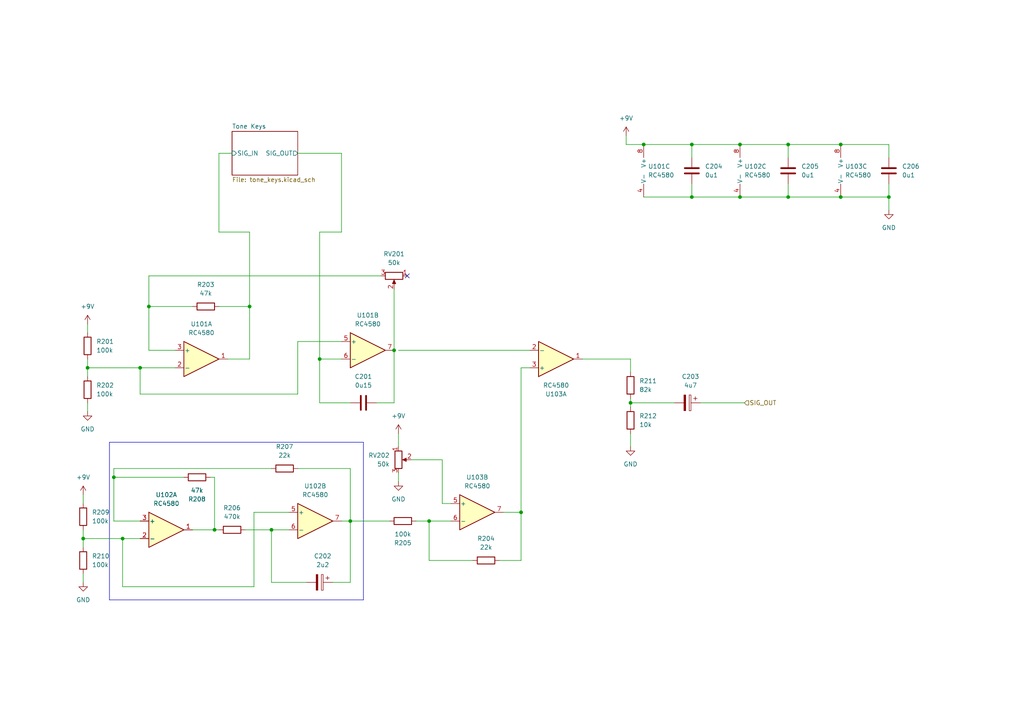
<source format=kicad_sch>
(kicad_sch (version 20230121) (generator eeschema)
  (paper "A4")
  (lib_symbols
    (symbol "Amplifier_Operational:RC4580" (pin_names (offset 0.127))
      (property "Reference" "U" (at 0 5.08 0))
      (property "Value" "RC4580" (at 0 -5.08 0))
      (symbol "RC4580_1_1"
        (polyline (pts (xy -5.08 5.08) (xy 5.08 0) (xy -5.08 -5.08) (xy -5.08 5.08)) (stroke (width 0.254)) (fill (type background)))
        (pin output line (at 7.62 0 180) (length 2.54) (name "~") (number "1"))
        (pin input line (at -7.62 -2.54 0) (length 2.54) (name "-") (number "2"))
        (pin input line (at -7.62 2.54 0) (length 2.54) (name "+") (number "3"))
      )
      (symbol "RC4580_2_1"
        (polyline (pts (xy -5.08 5.08) (xy 5.08 0) (xy -5.08 -5.08) (xy -5.08 5.08)) (stroke (width 0.254)) (fill (type background)))
        (pin input line (at -7.62 2.54 0) (length 2.54) (name "+") (number "5"))
        (pin input line (at -7.62 -2.54 0) (length 2.54) (name "-") (number "6"))
        (pin output line (at 7.62 0 180) (length 2.54) (name "~") (number "7"))
      )
      (symbol "RC4580_3_1"
        (pin power_in line (at -2.54 -7.62 90) (length 3.81) (name "V-") (number "4"))
        (pin power_in line (at -2.54 7.62 270) (length 3.81) (name "V+") (number "8"))
      )
    )
    (symbol "Device:C" (pin_numbers hide) (pin_names (offset 0.254))
      (property "Reference" "C" (at 0.635 2.54 0))
      (property "Value" "C" (at 0.635 -2.54 0))
      (symbol "C_0_1"
        (polyline (pts (xy -2.032 -0.762) (xy 2.032 -0.762)) (stroke (width 0.508)))
        (polyline (pts (xy -2.032 0.762) (xy 2.032 0.762)) (stroke (width 0.508)))
      )
      (symbol "C_1_1"
        (pin passive line (at 0 3.81 270) (length 2.794) (name "~") (number "1"))
        (pin passive line (at 0 -3.81 90) (length 2.794) (name "~") (number "2"))
      )
    )
    (symbol "Device:C_Polarized" (pin_numbers hide) (pin_names (offset 0.254))
      (property "Reference" "C" (at 0.635 2.54 0))
      (property "Value" "C_Polarized" (at 0.635 -2.54 0))
      (symbol "C_Polarized_0_1"
        (rectangle (start -2.286 0.508) (end 2.286 1.016))
        (polyline (pts (xy -1.778 2.286) (xy -0.762 2.286)))
        (polyline (pts (xy -1.27 2.794) (xy -1.27 1.778)))
        (rectangle (start 2.286 -0.508) (end -2.286 -1.016) (fill (type outline)))
      )
      (symbol "C_Polarized_1_1"
        (pin passive line (at 0 3.81 270) (length 2.794) (name "~") (number "1"))
        (pin passive line (at 0 -3.81 90) (length 2.794) (name "~") (number "2"))
      )
    )
    (symbol "Device:R" (pin_numbers hide) (pin_names (offset 0))
      (property "Reference" "R" (at 2.032 0 90))
      (property "Value" "R" (at 0 0 90))
      (symbol "R_0_1"
        (rectangle (start -1.016 -2.54) (end 1.016 2.54) (stroke (width 0.254)))
      )
      (symbol "R_1_1"
        (pin passive line (at 0 3.81 270) (length 1.27) (name "~") (number "1"))
        (pin passive line (at 0 -3.81 90) (length 1.27) (name "~") (number "2"))
      )
    )
    (symbol "Device:R_Potentiometer" (pin_names (offset 1.016) hide)
      (property "Reference" "RV" (at -4.445 0 90))
      (property "Value" "R_Potentiometer" (at -2.54 0 90))
      (symbol "R_Potentiometer_0_1"
        (polyline (pts (xy 2.54 0) (xy 1.524 0)))
        (polyline (pts (xy 1.143 0) (xy 2.286 0.508) (xy 2.286 -0.508) (xy 1.143 0)) (fill (type outline)))
        (rectangle (start 1.016 2.54) (end -1.016 -2.54) (stroke (width 0.254)))
      )
      (symbol "R_Potentiometer_1_1"
        (pin passive line (at 0 3.81 270) (length 1.27) (name "1") (number "1"))
        (pin passive line (at 3.81 0 180) (length 1.27) (name "2") (number "2"))
        (pin passive line (at 0 -3.81 90) (length 1.27) (name "3") (number "3"))
      )
    )
    (symbol "power:+9V" (power) (pin_names (offset 0))
      (property "Value" "+9V" (at 0 3.556 0))
      (symbol "+9V_0_1"
        (polyline (pts (xy -0.762 1.27) (xy 0 2.54)))
        (polyline (pts (xy 0 0) (xy 0 2.54)))
        (polyline (pts (xy 0 2.54) (xy 0.762 1.27)))
      )
      (symbol "+9V_1_1"
        (pin power_in line (at 0 0 90) (length 0) hide (name "+9V") (number "1"))
      )
    )
    (symbol "power:GND" (power) (pin_names (offset 0))
      (property "Value" "GND" (at 0 -3.81 0))
      (symbol "GND_0_1"
        (polyline (pts (xy 0 0) (xy 0 -1.27) (xy 1.27 -1.27) (xy 0 -2.54) (xy -1.27 -1.27) (xy 0 -1.27)))
      )
      (symbol "GND_1_1"
        (pin power_in line (at 0 0 270) (length 0) hide (name "GND") (number "1"))
      )
    )
  )
  (junction (at 43.18 88.9))
  (junction (at 92.71 104.14))
  (junction (at 228.6 57.15))
  (junction (at 228.6 41.91))
  (junction (at 33.02 138.43))
  (junction (at 200.66 57.15))
  (junction (at 124.46 151.13))
  (junction (at 243.84 57.15))
  (junction (at 101.6 151.13))
  (junction (at 35.56 156.21))
  (junction (at 151.13 148.59))
  (junction (at 182.88 116.84))
  (junction (at 243.84 41.91))
  (junction (at 214.63 41.91))
  (junction (at 25.4 106.68))
  (junction (at 72.39 88.9))
  (junction (at 186.69 41.91))
  (junction (at 214.63 57.15))
  (junction (at 257.81 57.15))
  (junction (at 40.64 106.68))
  (junction (at 78.74 153.67))
  (junction (at 24.13 156.21))
  (junction (at 114.3 101.6))
  (junction (at 200.66 41.91))
  (junction (at 62.23 153.67))
  (no_connect (at 118.11 80.01))
  (wire (pts (xy 43.18 80.01) (xy 43.18 88.9)))
  (wire (pts (xy 182.88 104.14) (xy 182.88 107.95)))
  (wire (pts (xy 78.74 153.67) (xy 83.82 153.67)))
  (wire (pts (xy 78.74 168.91) (xy 78.74 153.67)))
  (wire (pts (xy 144.78 162.56) (xy 151.13 162.56)))
  (wire (pts (xy 25.4 116.84) (xy 25.4 119.38)))
  (wire (pts (xy 43.18 101.6) (xy 50.8 101.6)))
  (wire (pts (xy 120.65 151.13) (xy 124.46 151.13)))
  (wire (pts (xy 72.39 88.9) (xy 72.39 104.14)))
  (wire (pts (xy 101.6 168.91) (xy 96.52 168.91)))
  (wire (pts (xy 25.4 106.68) (xy 25.4 109.22)))
  (wire (pts (xy 72.39 104.14) (xy 66.04 104.14)))
  (wire (pts (xy 110.49 80.01) (xy 43.18 80.01)))
  (wire (pts (xy 137.16 162.56) (xy 124.46 162.56)))
  (wire (pts (xy 182.88 125.73) (xy 182.88 129.54)))
  (wire (pts (xy 257.81 57.15) (xy 257.81 53.34)))
  (polyline (pts (xy 31.75 128.27) (xy 105.41 128.27)))
  (wire (pts (xy 24.13 143.51) (xy 24.13 146.05)))
  (wire (pts (xy 114.3 116.84) (xy 114.3 101.6)))
  (wire (pts (xy 78.74 135.89) (xy 33.02 135.89)))
  (wire (pts (xy 86.36 44.45) (xy 99.06 44.45)))
  (wire (pts (xy 182.88 115.57) (xy 182.88 116.84)))
  (wire (pts (xy 214.63 41.91) (xy 228.6 41.91)))
  (wire (pts (xy 101.6 151.13) (xy 101.6 168.91)))
  (wire (pts (xy 101.6 151.13) (xy 113.03 151.13)))
  (wire (pts (xy 25.4 93.98) (xy 25.4 96.52)))
  (wire (pts (xy 200.66 41.91) (xy 200.66 45.72)))
  (polyline (pts (xy 105.41 173.99) (xy 31.75 173.99)))
  (wire (pts (xy 200.66 41.91) (xy 214.63 41.91)))
  (wire (pts (xy 63.5 88.9) (xy 72.39 88.9)))
  (wire (pts (xy 228.6 41.91) (xy 243.84 41.91)))
  (wire (pts (xy 130.81 146.05) (xy 128.27 146.05)))
  (wire (pts (xy 62.23 153.67) (xy 63.5 153.67)))
  (wire (pts (xy 88.9 168.91) (xy 78.74 168.91)))
  (wire (pts (xy 73.66 148.59) (xy 73.66 170.18)))
  (wire (pts (xy 109.22 116.84) (xy 114.3 116.84)))
  (wire (pts (xy 115.57 125.73) (xy 115.57 129.54)))
  (wire (pts (xy 40.64 106.68) (xy 50.8 106.68)))
  (wire (pts (xy 186.69 57.15) (xy 200.66 57.15)))
  (wire (pts (xy 151.13 148.59) (xy 151.13 162.56)))
  (wire (pts (xy 153.67 106.68) (xy 151.13 106.68)))
  (wire (pts (xy 119.38 133.35) (xy 128.27 133.35)))
  (wire (pts (xy 33.02 138.43) (xy 33.02 151.13)))
  (wire (pts (xy 40.64 114.3) (xy 86.36 114.3)))
  (wire (pts (xy 228.6 41.91) (xy 228.6 45.72)))
  (wire (pts (xy 35.56 170.18) (xy 35.56 156.21)))
  (wire (pts (xy 101.6 151.13) (xy 101.6 135.89)))
  (wire (pts (xy 92.71 116.84) (xy 101.6 116.84)))
  (wire (pts (xy 86.36 99.06) (xy 99.06 99.06)))
  (wire (pts (xy 200.66 57.15) (xy 200.66 53.34)))
  (wire (pts (xy 83.82 148.59) (xy 73.66 148.59)))
  (wire (pts (xy 243.84 57.15) (xy 257.81 57.15)))
  (wire (pts (xy 71.12 153.67) (xy 78.74 153.67)))
  (wire (pts (xy 115.57 101.6) (xy 153.67 101.6)))
  (wire (pts (xy 35.56 156.21) (xy 40.64 156.21)))
  (wire (pts (xy 43.18 88.9) (xy 43.18 101.6)))
  (wire (pts (xy 24.13 153.67) (xy 24.13 156.21)))
  (wire (pts (xy 228.6 57.15) (xy 243.84 57.15)))
  (wire (pts (xy 151.13 148.59) (xy 146.05 148.59)))
  (wire (pts (xy 33.02 138.43) (xy 53.34 138.43)))
  (wire (pts (xy 99.06 151.13) (xy 101.6 151.13)))
  (wire (pts (xy 182.88 116.84) (xy 195.58 116.84)))
  (wire (pts (xy 24.13 156.21) (xy 24.13 158.75)))
  (wire (pts (xy 25.4 104.14) (xy 25.4 106.68)))
  (wire (pts (xy 124.46 162.56) (xy 124.46 151.13)))
  (wire (pts (xy 35.56 170.18) (xy 73.66 170.18)))
  (wire (pts (xy 115.57 137.16) (xy 115.57 139.7)))
  (wire (pts (xy 257.81 41.91) (xy 257.81 45.72)))
  (wire (pts (xy 40.64 106.68) (xy 40.64 114.3)))
  (wire (pts (xy 92.71 67.31) (xy 92.71 104.14)))
  (wire (pts (xy 86.36 114.3) (xy 86.36 99.06)))
  (wire (pts (xy 62.23 153.67) (xy 62.23 138.43)))
  (polyline (pts (xy 105.41 128.27) (xy 105.41 173.99)))
  (wire (pts (xy 182.88 116.84) (xy 182.88 118.11)))
  (wire (pts (xy 214.63 57.15) (xy 228.6 57.15)))
  (polyline (pts (xy 31.75 128.27) (xy 31.75 173.99)))
  (wire (pts (xy 33.02 151.13) (xy 40.64 151.13)))
  (wire (pts (xy 228.6 57.15) (xy 228.6 53.34)))
  (wire (pts (xy 86.36 135.89) (xy 101.6 135.89)))
  (wire (pts (xy 243.84 41.91) (xy 257.81 41.91)))
  (wire (pts (xy 92.71 104.14) (xy 99.06 104.14)))
  (wire (pts (xy 24.13 156.21) (xy 35.56 156.21)))
  (wire (pts (xy 25.4 106.68) (xy 40.64 106.68)))
  (wire (pts (xy 55.88 153.67) (xy 62.23 153.67)))
  (wire (pts (xy 99.06 67.31) (xy 92.71 67.31)))
  (wire (pts (xy 43.18 88.9) (xy 55.88 88.9)))
  (wire (pts (xy 186.69 41.91) (xy 181.61 41.91)))
  (wire (pts (xy 181.61 39.37) (xy 181.61 41.91)))
  (wire (pts (xy 200.66 57.15) (xy 214.63 57.15)))
  (wire (pts (xy 62.23 138.43) (xy 60.96 138.43)))
  (wire (pts (xy 33.02 135.89) (xy 33.02 138.43)))
  (wire (pts (xy 63.5 44.45) (xy 67.31 44.45)))
  (wire (pts (xy 128.27 146.05) (xy 128.27 133.35)))
  (wire (pts (xy 114.3 83.82) (xy 114.3 101.6)))
  (wire (pts (xy 257.81 57.15) (xy 257.81 60.96)))
  (wire (pts (xy 99.06 44.45) (xy 99.06 67.31)))
  (wire (pts (xy 186.69 41.91) (xy 200.66 41.91)))
  (wire (pts (xy 124.46 151.13) (xy 130.81 151.13)))
  (wire (pts (xy 92.71 104.14) (xy 92.71 116.84)))
  (wire (pts (xy 168.91 104.14) (xy 182.88 104.14)))
  (wire (pts (xy 72.39 67.31) (xy 63.5 67.31)))
  (wire (pts (xy 203.2 116.84) (xy 215.9 116.84)))
  (wire (pts (xy 151.13 106.68) (xy 151.13 148.59)))
  (wire (pts (xy 24.13 166.37) (xy 24.13 168.91)))
  (wire (pts (xy 72.39 88.9) (xy 72.39 67.31)))
  (wire (pts (xy 63.5 44.45) (xy 63.5 67.31)))
  (hierarchical_label "SIG_OUT" (shape input) (at 215.9 116.84 0))
  (symbol (lib_id "power:GND") (at 182.88 129.54 0) (unit 1)
    (property "Reference" "#PWR0209" (effects hide))
    (property "Value" "GND" (at 182.88 134.62 0))
  )
  (symbol (lib_id "Device:R") (at 24.13 162.56 0) (unit 1)
    (property "Reference" "R210" (at 26.67 161.29 0) (effects (justify left)))
    (property "Value" "100k" (at 26.67 163.83 0) (effects (justify left)))
    (property "DPN" "RNF14FTD100KTR-ND" (effects hide))
  )
  (symbol (lib_id "Amplifier_Operational:RC4580") (at 161.29 104.14 0) (mirror x) (unit 1)
    (property "Reference" "U103" (at 161.29 114.3 0))
    (property "Value" "RC4580" (at 161.29 111.76 0))
    (property "Datasheet" "http://www.ti.com/lit/ds/symlink/rc4580.pdf" (effects hide))
    (property "DPN" "296-15368-5-ND" (effects hide))
    (instances (project "ldr_synth" (path "" (reference "U103") (unit 1)) (path "" (reference "U203") (unit 1))))
  )
  (symbol (lib_id "power:+9V") (at 25.4 93.98 0) (unit 1)
    (property "Reference" "#PWR0203" (effects hide))
    (property "Value" "+9V" (at 25.4 88.9 0))
  )
  (symbol (lib_id "power:GND") (at 25.4 119.38 0) (unit 1)
    (property "Reference" "#PWR0204" (effects hide))
    (property "Value" "GND" (at 25.4 124.46 0))
  )
  (symbol (lib_id "Device:C") (at 200.66 49.53 0) (unit 1)
    (property "Reference" "C204" (at 204.47 48.26 0) (effects (justify left)))
    (property "Value" "0u1" (at 204.47 50.8 0) (effects (justify left)))
    (property "DPN" "399-9877-1-ND" (effects hide))
  )
  (symbol (lib_id "Device:R") (at 57.15 138.43 90) (mirror x) (unit 1)
    (property "Reference" "R208" (at 57.15 144.78 90))
    (property "Value" "47k" (at 57.15 142.24 90))
    (property "DPN" "13-MFR-25FRF52-47KCT-ND" (effects hide))
  )
  (symbol (lib_id "Device:C") (at 228.6 49.53 0) (unit 1)
    (property "Reference" "C205" (at 232.41 48.26 0) (effects (justify left)))
    (property "Value" "0u1" (at 232.41 50.8 0) (effects (justify left)))
    (property "DPN" "399-9877-1-ND" (effects hide))
  )
  (symbol (lib_id "Device:R") (at 25.4 100.33 0) (unit 1)
    (property "Reference" "R201" (at 27.94 99.06 0) (effects (justify left)))
    (property "Value" "100k" (at 27.94 101.6 0) (effects (justify left)))
    (property "DPN" "RNF14FTD100KTR-ND" (effects hide))
  )
  (symbol (lib_id "Amplifier_Operational:RC4580") (at 91.44 151.13 0) (unit 2)
    (property "Reference" "U102" (at 91.44 140.97 0))
    (property "Value" "RC4580" (at 91.44 143.51 0))
    (property "Datasheet" "http://www.ti.com/lit/ds/symlink/rc4580.pdf" (effects hide))
    (property "DPN" "296-15368-5-ND" (effects hide))
    (instances (project "ldr_synth" (path "" (reference "U102") (unit 2)) (path "" (reference "U202") (unit 2))))
  )
  (symbol (lib_id "Device:R") (at 25.4 113.03 0) (unit 1)
    (property "Reference" "R202" (at 27.94 111.76 0) (effects (justify left)))
    (property "Value" "100k" (at 27.94 114.3 0) (effects (justify left)))
    (property "DPN" "RNF14FTD100KTR-ND" (effects hide))
  )
  (symbol (lib_id "Amplifier_Operational:RC4580") (at 189.23 49.53 0) (unit 3)
    (property "Reference" "U101" (at 187.96 48.26 0) (effects (justify left)))
    (property "Value" "RC4580" (at 187.96 50.8 0) (effects (justify left)))
    (property "Datasheet" "http://www.ti.com/lit/ds/symlink/rc4580.pdf" (effects hide))
    (property "DPN" "296-15368-5-ND" (effects hide))
    (instances (project "ldr_synth" (path "" (reference "U101") (unit 3)) (path "" (reference "U201") (unit 3))))
  )
  (symbol (lib_id "Device:C_Polarized") (at 199.39 116.84 270) (unit 1)
    (property "Reference" "C203" (at 200.279 109.22 90))
    (property "Value" "4u7" (at 200.279 111.76 90))
    (property "DPN" "399-6584-ND" (effects hide))
  )
  (symbol (lib_id "power:+9V") (at 24.13 143.51 0) (unit 1)
    (property "Reference" "#PWR0207" (effects hide))
    (property "Value" "+9V" (at 24.13 138.43 0))
  )
  (symbol (lib_id "Device:R") (at 67.31 153.67 90) (unit 1)
    (property "Reference" "R206" (at 67.31 147.32 90))
    (property "Value" "470k" (at 67.31 149.86 90))
    (property "DPN" "S473KCACT-ND" (effects hide))
  )
  (symbol (lib_id "Amplifier_Operational:RC4580") (at 48.26 153.67 0) (unit 1)
    (property "Reference" "U102" (at 48.26 143.51 0))
    (property "Value" "RC4580" (at 48.26 146.05 0))
    (property "Datasheet" "http://www.ti.com/lit/ds/symlink/rc4580.pdf" (effects hide))
    (property "DPN" "296-15368-5-ND" (effects hide))
    (instances (project "ldr_synth" (path "" (reference "U102") (unit 1)) (path "" (reference "U202") (unit 1))))
  )
  (symbol (lib_id "power:+9V") (at 115.57 125.73 0) (unit 1)
    (property "Reference" "#PWR0206" (effects hide))
    (property "Value" "+9V" (at 115.57 120.65 0))
  )
  (symbol (lib_id "Device:R") (at 59.69 88.9 90) (unit 1)
    (property "Reference" "R203" (at 59.69 82.55 90))
    (property "Value" "47k" (at 59.69 85.09 90))
    (property "DPN" "13-MFR-25FRF52-47KCT-ND" (effects hide))
  )
  (symbol (lib_id "Device:R") (at 182.88 121.92 0) (unit 1)
    (property "Reference" "R212" (at 185.42 120.65 0) (effects (justify left)))
    (property "Value" "10k" (at 185.42 123.19 0) (effects (justify left)))
    (property "DPN" "13-MFR-25FRF52-10KCT-ND" (effects hide))
  )
  (symbol (lib_id "Device:R") (at 140.97 162.56 270) (unit 1)
    (property "Reference" "R204" (at 140.97 156.21 90))
    (property "Value" "22k" (at 140.97 158.75 90))
    (property "DPN" "S22KCACT-ND" (effects hide))
  )
  (symbol (lib_id "Device:R") (at 182.88 111.76 0) (unit 1)
    (property "Reference" "R211" (at 185.42 110.49 0) (effects (justify left)))
    (property "Value" "82k" (at 185.42 113.03 0) (effects (justify left)))
    (property "DPN" "13-MFR-25FTE52-82KCT-ND" (effects hide))
  )
  (symbol (lib_id "Device:R_Potentiometer") (at 114.3 80.01 270) (unit 1)
    (property "Reference" "RV201" (at 114.3 73.66 90))
    (property "Value" "50k" (at 114.3 76.2 90))
    (property "DPN" "2223-PT01-D125D-B503-ND" (effects hide))
  )
  (symbol (lib_id "power:GND") (at 115.57 139.7 0) (unit 1)
    (property "Reference" "#PWR0205" (effects hide))
    (property "Value" "GND" (at 115.57 144.78 0))
  )
  (symbol (lib_id "Device:R") (at 116.84 151.13 270) (mirror x) (unit 1)
    (property "Reference" "R205" (at 116.84 157.48 90))
    (property "Value" "100k" (at 116.84 154.94 90))
    (property "DPN" "RNF14FTD100KTR-ND" (effects hide))
  )
  (symbol (lib_id "Amplifier_Operational:RC4580") (at 106.68 101.6 0) (unit 2)
    (property "Reference" "U101" (at 106.68 91.44 0))
    (property "Value" "RC4580" (at 106.68 93.98 0))
    (property "Datasheet" "http://www.ti.com/lit/ds/symlink/rc4580.pdf" (effects hide))
    (property "DPN" "296-15368-5-ND" (effects hide))
    (instances (project "ldr_synth" (path "" (reference "U101") (unit 2)) (path "" (reference "U201") (unit 2))))
  )
  (symbol (lib_id "power:+9V") (at 181.61 39.37 0) (unit 1)
    (property "Reference" "#PWR0202" (effects hide))
    (property "Value" "+9V" (at 181.61 34.29 0))
  )
  (symbol (lib_id "Amplifier_Operational:RC4580") (at 246.38 49.53 0) (unit 3)
    (property "Reference" "U103" (at 245.11 48.26 0) (effects (justify left)))
    (property "Value" "RC4580" (at 245.11 50.8 0) (effects (justify left)))
    (property "Datasheet" "http://www.ti.com/lit/ds/symlink/rc4580.pdf" (effects hide))
    (property "DPN" "296-15368-5-ND" (effects hide))
    (instances (project "ldr_synth" (path "" (reference "U103") (unit 3)) (path "" (reference "U203") (unit 3))))
  )
  (symbol (lib_id "Device:C_Polarized") (at 92.71 168.91 270) (unit 1)
    (property "Reference" "C202" (at 93.599 161.29 90))
    (property "Value" "2u2" (at 93.599 163.83 90))
    (property "DPN" "399-ESK225M050AC3KACT-ND" (effects hide))
  )
  (symbol (lib_id "Amplifier_Operational:RC4580") (at 138.43 148.59 0) (unit 2)
    (property "Reference" "U103" (at 138.43 138.43 0))
    (property "Value" "RC4580" (at 138.43 140.97 0))
    (property "Datasheet" "http://www.ti.com/lit/ds/symlink/rc4580.pdf" (effects hide))
    (property "DPN" "296-15368-5-ND" (effects hide))
    (instances (project "ldr_synth" (path "" (reference "U103") (unit 2)) (path "" (reference "U203") (unit 2))))
  )
  (symbol (lib_id "Device:R") (at 24.13 149.86 0) (unit 1)
    (property "Reference" "R209" (at 26.67 148.59 0) (effects (justify left)))
    (property "Value" "100k" (at 26.67 151.13 0) (effects (justify left)))
    (property "DPN" "RNF14FTD100KTR-ND" (effects hide))
  )
  (symbol (lib_id "Amplifier_Operational:RC4580") (at 217.17 49.53 0) (unit 3)
    (property "Reference" "U102" (at 215.9 48.26 0) (effects (justify left)))
    (property "Value" "RC4580" (at 215.9 50.8 0) (effects (justify left)))
    (property "Datasheet" "http://www.ti.com/lit/ds/symlink/rc4580.pdf" (effects hide))
    (property "DPN" "296-15368-5-ND" (effects hide))
    (instances (project "ldr_synth" (path "" (reference "U102") (unit 3)) (path "" (reference "U202") (unit 3))))
  )
  (symbol (lib_id "power:GND") (at 257.81 60.96 0) (unit 1)
    (property "Reference" "#PWR0201" (effects hide))
    (property "Value" "GND" (at 257.81 66.04 0))
  )
  (symbol (lib_id "Device:R") (at 82.55 135.89 90) (unit 1)
    (property "Reference" "R207" (at 82.55 129.54 90))
    (property "Value" "22k" (at 82.55 132.08 90))
    (property "DPN" "S22KCACT-ND" (effects hide))
  )
  (symbol (lib_id "Amplifier_Operational:RC4580") (at 58.42 104.14 0) (unit 1)
    (property "Reference" "U101" (at 58.42 93.98 0))
    (property "Value" "RC4580" (at 58.42 96.52 0))
    (property "Datasheet" "http://www.ti.com/lit/ds/symlink/rc4580.pdf" (effects hide))
    (property "DPN" "296-15368-5-ND" (effects hide))
    (instances (project "ldr_synth" (path "" (reference "U101") (unit 1)) (path "" (reference "U201") (unit 1))))
  )
  (symbol (lib_id "Device:R_Potentiometer") (at 115.57 133.35 0) (unit 1)
    (property "Reference" "RV202" (at 113.03 132.08 0) (effects (justify right)))
    (property "Value" "50k" (at 113.03 134.62 0) (effects (justify right)))
    (property "DPN" "2223-PT01-D125D-B503-ND" (effects hide))
  )
  (symbol (lib_id "power:GND") (at 24.13 168.91 0) (unit 1)
    (property "Reference" "#PWR0208" (effects hide))
    (property "Value" "GND" (at 24.13 173.99 0))
  )
  (symbol (lib_id "Device:C") (at 105.41 116.84 90) (unit 1)
    (property "Reference" "C201" (at 105.41 109.22 90))
    (property "Value" "0u15" (at 105.41 111.76 90))
    (property "DPN" "445-180636-1-ND" (effects hide))
  )
  (symbol (lib_id "Device:C") (at 257.81 49.53 0) (unit 1)
    (property "Reference" "C206" (at 261.62 48.26 0) (effects (justify left)))
    (property "Value" "0u1" (at 261.62 50.8 0) (effects (justify left)))
    (property "DPN" "399-9877-1-ND" (effects hide))
  )
  (sheet (at 67.31 38.1) (size 19.05 12.7) (stroke (width 0.1524))
    (property "Sheetname" "Tone Keys" (at 67.31 37.3884 0) (effects (justify left bottom)))
    (property "Sheetfile" "tone_keys.kicad_sch" (at 67.31 51.3846 0) (effects (justify left top)))
    (pin "SIG_IN" input (at 67.31 44.45 180))
    (pin "SIG_OUT" output (at 86.36 44.45 0))
  )
)
</source>
